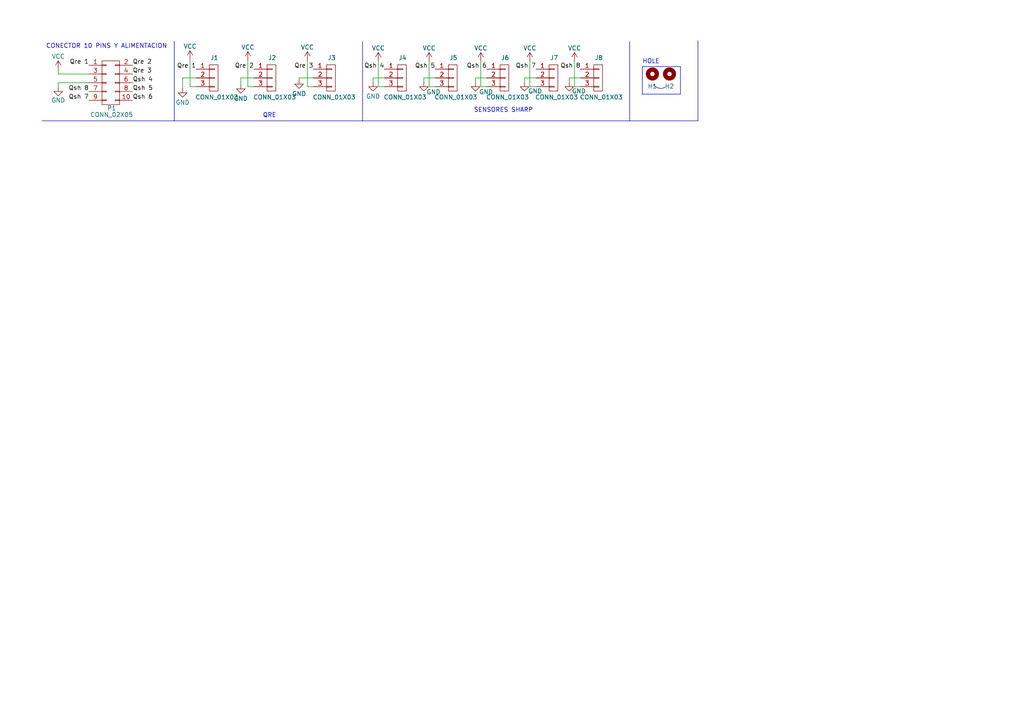
<source format=kicad_sch>
(kicad_sch (version 20230121) (generator eeschema)

  (uuid dc77446b-fd16-41cf-971c-a199ab2fdbc1)

  (paper "A4")

  (title_block
    (title "PCB DE PASO")
    (date "2023-08-15")
    (rev "PCB DE PASO BOBY")
    (company "BIG CARPINCHO CORPORATION ")
    (comment 1 "CREADOR: Lucas Chavez")
  )

  (lib_symbols
    (symbol "EEST5:CONN_01X03" (pin_names (offset 1.016) hide) (in_bom yes) (on_board yes)
      (property "Reference" "J" (at 0 5.08 0)
        (effects (font (size 1.27 1.27)))
      )
      (property "Value" "CONN_01X03" (at 2.54 0 90)
        (effects (font (size 1.27 1.27)))
      )
      (property "Footprint" "" (at 0 0 0)
        (effects (font (size 1.27 1.27)) hide)
      )
      (property "Datasheet" "" (at 0 0 0)
        (effects (font (size 1.27 1.27)) hide)
      )
      (property "ki_keywords" "connector" (at 0 0 0)
        (effects (font (size 1.27 1.27)) hide)
      )
      (property "ki_description" "Connector, single row, 01x03, pin header" (at 0 0 0)
        (effects (font (size 1.27 1.27)) hide)
      )
      (property "ki_fp_filters" "Pin_Header_Straight_1X* Pin_Header_Angled_1X* Socket_Strip_Straight_1X* Socket_Strip_Angled_1X*" (at 0 0 0)
        (effects (font (size 1.27 1.27)) hide)
      )
      (symbol "CONN_01X03_0_1"
        (rectangle (start -1.27 -2.413) (end 0.254 -2.667)
          (stroke (width 0) (type solid))
          (fill (type none))
        )
        (rectangle (start -1.27 0.127) (end 0.254 -0.127)
          (stroke (width 0) (type solid))
          (fill (type none))
        )
        (rectangle (start -1.27 2.667) (end 0.254 2.413)
          (stroke (width 0) (type solid))
          (fill (type none))
        )
        (rectangle (start -1.27 3.81) (end 1.27 -3.81)
          (stroke (width 0) (type solid))
          (fill (type none))
        )
      )
      (symbol "CONN_01X03_1_1"
        (pin passive line (at -5.08 2.54 0) (length 3.81)
          (name "P1" (effects (font (size 1.27 1.27))))
          (number "1" (effects (font (size 1.27 1.27))))
        )
        (pin passive line (at -5.08 0 0) (length 3.81)
          (name "P2" (effects (font (size 1.27 1.27))))
          (number "2" (effects (font (size 1.27 1.27))))
        )
        (pin passive line (at -5.08 -2.54 0) (length 3.81)
          (name "P3" (effects (font (size 1.27 1.27))))
          (number "3" (effects (font (size 1.27 1.27))))
        )
      )
    )
    (symbol "EEST5:CONN_02X05" (pin_names (offset 0.0254) hide) (in_bom yes) (on_board yes)
      (property "Reference" "P" (at 0 7.62 0)
        (effects (font (size 1.27 1.27)))
      )
      (property "Value" "CONN_02X05" (at 0 -7.62 0)
        (effects (font (size 1.27 1.27)))
      )
      (property "Footprint" "" (at 0 -30.48 0)
        (effects (font (size 1.27 1.27)))
      )
      (property "Datasheet" "" (at 0 -30.48 0)
        (effects (font (size 1.27 1.27)))
      )
      (property "ki_keywords" "connector" (at 0 0 0)
        (effects (font (size 1.27 1.27)) hide)
      )
      (property "ki_description" "Connector, double row, 02x05" (at 0 0 0)
        (effects (font (size 1.27 1.27)) hide)
      )
      (property "ki_fp_filters" "Pin_Header_Straight_2X05 Pin_Header_Angled_2X05 Socket_Strip_Straight_2X05 Socket_Strip_Angled_2X05 Header*" (at 0 0 0)
        (effects (font (size 1.27 1.27)) hide)
      )
      (symbol "CONN_02X05_0_1"
        (rectangle (start -2.54 -4.953) (end -1.27 -5.207)
          (stroke (width 0) (type solid))
          (fill (type none))
        )
        (rectangle (start -2.54 -2.413) (end -1.27 -2.667)
          (stroke (width 0) (type solid))
          (fill (type none))
        )
        (rectangle (start -2.54 0.127) (end -1.27 -0.127)
          (stroke (width 0) (type solid))
          (fill (type none))
        )
        (rectangle (start -2.54 2.667) (end -1.27 2.413)
          (stroke (width 0) (type solid))
          (fill (type none))
        )
        (rectangle (start -2.54 5.207) (end -1.27 4.953)
          (stroke (width 0) (type solid))
          (fill (type none))
        )
        (rectangle (start -2.54 6.35) (end 2.54 -6.35)
          (stroke (width 0) (type solid))
          (fill (type none))
        )
        (rectangle (start 1.27 -4.953) (end 2.54 -5.207)
          (stroke (width 0) (type solid))
          (fill (type none))
        )
        (rectangle (start 1.27 -2.413) (end 2.54 -2.667)
          (stroke (width 0) (type solid))
          (fill (type none))
        )
        (rectangle (start 1.27 0.127) (end 2.54 -0.127)
          (stroke (width 0) (type solid))
          (fill (type none))
        )
        (rectangle (start 1.27 2.667) (end 2.54 2.413)
          (stroke (width 0) (type solid))
          (fill (type none))
        )
        (rectangle (start 1.27 5.207) (end 2.54 4.953)
          (stroke (width 0) (type solid))
          (fill (type none))
        )
      )
      (symbol "CONN_02X05_1_1"
        (pin passive line (at -6.35 5.08 0) (length 3.81)
          (name "P1" (effects (font (size 1.27 1.27))))
          (number "1" (effects (font (size 1.27 1.27))))
        )
        (pin passive line (at 6.35 -5.08 180) (length 3.81)
          (name "P10" (effects (font (size 1.27 1.27))))
          (number "10" (effects (font (size 1.27 1.27))))
        )
        (pin passive line (at 6.35 5.08 180) (length 3.81)
          (name "P2" (effects (font (size 1.27 1.27))))
          (number "2" (effects (font (size 1.27 1.27))))
        )
        (pin passive line (at -6.35 2.54 0) (length 3.81)
          (name "P3" (effects (font (size 1.27 1.27))))
          (number "3" (effects (font (size 1.27 1.27))))
        )
        (pin passive line (at 6.35 2.54 180) (length 3.81)
          (name "P4" (effects (font (size 1.27 1.27))))
          (number "4" (effects (font (size 1.27 1.27))))
        )
        (pin passive line (at -6.35 0 0) (length 3.81)
          (name "P5" (effects (font (size 1.27 1.27))))
          (number "5" (effects (font (size 1.27 1.27))))
        )
        (pin passive line (at 6.35 0 180) (length 3.81)
          (name "P6" (effects (font (size 1.27 1.27))))
          (number "6" (effects (font (size 1.27 1.27))))
        )
        (pin passive line (at -6.35 -2.54 0) (length 3.81)
          (name "P7" (effects (font (size 1.27 1.27))))
          (number "7" (effects (font (size 1.27 1.27))))
        )
        (pin passive line (at 6.35 -2.54 180) (length 3.81)
          (name "P8" (effects (font (size 1.27 1.27))))
          (number "8" (effects (font (size 1.27 1.27))))
        )
        (pin passive line (at -6.35 -5.08 0) (length 3.81)
          (name "P9" (effects (font (size 1.27 1.27))))
          (number "9" (effects (font (size 1.27 1.27))))
        )
      )
    )
    (symbol "EEST5:Mounting_Hole" (pin_names (offset 1.016)) (in_bom yes) (on_board yes)
      (property "Reference" "H" (at 0 5.08 0)
        (effects (font (size 1.27 1.27)))
      )
      (property "Value" "Mounting_Hole" (at 0 3.175 0)
        (effects (font (size 1.27 1.27)) hide)
      )
      (property "Footprint" "" (at 0 0 0)
        (effects (font (size 1.524 1.524)) hide)
      )
      (property "Datasheet" "" (at 0 0 0)
        (effects (font (size 1.524 1.524)) hide)
      )
      (property "ki_keywords" "mounting hole" (at 0 0 0)
        (effects (font (size 1.27 1.27)) hide)
      )
      (property "ki_description" "Mounting Hole without connection" (at 0 0 0)
        (effects (font (size 1.27 1.27)) hide)
      )
      (property "ki_fp_filters" "hole* Logo* PAD* Separador* Cable*" (at 0 0 0)
        (effects (font (size 1.27 1.27)) hide)
      )
      (symbol "Mounting_Hole_0_1"
        (circle (center 0 0) (radius 1.27)
          (stroke (width 1.27) (type solid))
          (fill (type none))
        )
      )
    )
    (symbol "power:GND" (power) (pin_names (offset 0)) (in_bom yes) (on_board yes)
      (property "Reference" "#PWR" (at 0 -6.35 0)
        (effects (font (size 1.27 1.27)) hide)
      )
      (property "Value" "GND" (at 0 -3.81 0)
        (effects (font (size 1.27 1.27)))
      )
      (property "Footprint" "" (at 0 0 0)
        (effects (font (size 1.27 1.27)) hide)
      )
      (property "Datasheet" "" (at 0 0 0)
        (effects (font (size 1.27 1.27)) hide)
      )
      (property "ki_keywords" "global power" (at 0 0 0)
        (effects (font (size 1.27 1.27)) hide)
      )
      (property "ki_description" "Power symbol creates a global label with name \"GND\" , ground" (at 0 0 0)
        (effects (font (size 1.27 1.27)) hide)
      )
      (symbol "GND_0_1"
        (polyline
          (pts
            (xy 0 0)
            (xy 0 -1.27)
            (xy 1.27 -1.27)
            (xy 0 -2.54)
            (xy -1.27 -1.27)
            (xy 0 -1.27)
          )
          (stroke (width 0) (type default))
          (fill (type none))
        )
      )
      (symbol "GND_1_1"
        (pin power_in line (at 0 0 270) (length 0) hide
          (name "GND" (effects (font (size 1.27 1.27))))
          (number "1" (effects (font (size 1.27 1.27))))
        )
      )
    )
    (symbol "power:VCC" (power) (pin_names (offset 0)) (in_bom yes) (on_board yes)
      (property "Reference" "#PWR" (at 0 -3.81 0)
        (effects (font (size 1.27 1.27)) hide)
      )
      (property "Value" "VCC" (at 0 3.81 0)
        (effects (font (size 1.27 1.27)))
      )
      (property "Footprint" "" (at 0 0 0)
        (effects (font (size 1.27 1.27)) hide)
      )
      (property "Datasheet" "" (at 0 0 0)
        (effects (font (size 1.27 1.27)) hide)
      )
      (property "ki_keywords" "global power" (at 0 0 0)
        (effects (font (size 1.27 1.27)) hide)
      )
      (property "ki_description" "Power symbol creates a global label with name \"VCC\"" (at 0 0 0)
        (effects (font (size 1.27 1.27)) hide)
      )
      (symbol "VCC_0_1"
        (polyline
          (pts
            (xy -0.762 1.27)
            (xy 0 2.54)
          )
          (stroke (width 0) (type default))
          (fill (type none))
        )
        (polyline
          (pts
            (xy 0 0)
            (xy 0 2.54)
          )
          (stroke (width 0) (type default))
          (fill (type none))
        )
        (polyline
          (pts
            (xy 0 2.54)
            (xy 0.762 1.27)
          )
          (stroke (width 0) (type default))
          (fill (type none))
        )
      )
      (symbol "VCC_1_1"
        (pin power_in line (at 0 0 90) (length 0) hide
          (name "VCC" (effects (font (size 1.27 1.27))))
          (number "1" (effects (font (size 1.27 1.27))))
        )
      )
    )
  )


  (wire (pts (xy 109.728 17.78) (xy 109.728 25.146))
    (stroke (width 0) (type default))
    (uuid 09ff4027-396d-4bdf-b8b5-cc028dd87c9b)
  )
  (polyline (pts (xy 186.309 19.304) (xy 186.309 27.305))
    (stroke (width 0) (type default))
    (uuid 0d70eacd-01b2-41bc-84b3-ec7322397424)
  )

  (wire (pts (xy 152.146 22.606) (xy 155.448 22.606))
    (stroke (width 0) (type default))
    (uuid 0f71bdb2-40c4-4117-bf68-c0a4fed42327)
  )
  (polyline (pts (xy 50.546 35.052) (xy 105.156 35.052))
    (stroke (width 0) (type default))
    (uuid 163ce036-302f-45b0-974e-52bdd1eedfed)
  )

  (wire (pts (xy 90.932 22.606) (xy 86.741 22.606))
    (stroke (width 0) (type default))
    (uuid 16f4a39d-f5d2-4543-ac27-bdcaab19cf6b)
  )
  (polyline (pts (xy 197.358 27.305) (xy 197.358 19.304))
    (stroke (width 0) (type default))
    (uuid 1af28db5-0543-43e9-af6f-1a880106adb3)
  )

  (wire (pts (xy 55.118 25.146) (xy 56.896 25.146))
    (stroke (width 0) (type default))
    (uuid 1b0f714f-fae2-41ce-a41f-e1956805ac03)
  )
  (wire (pts (xy 16.891 24.003) (xy 25.781 24.003))
    (stroke (width 0) (type default))
    (uuid 1b388183-1164-4f30-ba92-00051c718be7)
  )
  (wire (pts (xy 126.238 25.146) (xy 124.46 25.146))
    (stroke (width 0) (type default))
    (uuid 25ef5f61-c13b-495f-a34a-6ddb03d85633)
  )
  (wire (pts (xy 153.67 17.78) (xy 153.67 25.146))
    (stroke (width 0) (type default))
    (uuid 274c2c2f-3efc-4332-9396-970eba310f1f)
  )
  (wire (pts (xy 122.936 22.606) (xy 122.936 23.876))
    (stroke (width 0) (type default))
    (uuid 277e8aff-b8c2-4848-9aa1-95d8873bebaa)
  )
  (wire (pts (xy 52.959 22.606) (xy 52.959 25.654))
    (stroke (width 0) (type default))
    (uuid 28e6d4e0-145e-408d-aef1-fc312eabd278)
  )
  (wire (pts (xy 139.446 17.78) (xy 139.446 25.146))
    (stroke (width 0) (type default))
    (uuid 32db7b66-a749-4e27-94bd-c77b1db35a1f)
  )
  (wire (pts (xy 89.154 25.146) (xy 90.932 25.146))
    (stroke (width 0) (type default))
    (uuid 330bbcaa-e9ce-47cc-b77e-65e003b3627c)
  )
  (wire (pts (xy 69.85 22.606) (xy 69.85 24.511))
    (stroke (width 0) (type default))
    (uuid 3aa15804-0f88-4b01-92dc-937802476266)
  )
  (polyline (pts (xy 202.438 11.811) (xy 202.438 12.573))
    (stroke (width 0) (type default))
    (uuid 3e69a76d-3af4-45ed-9140-d12c344c32ac)
  )

  (wire (pts (xy 137.922 22.606) (xy 137.922 23.876))
    (stroke (width 0) (type default))
    (uuid 3ffa6f49-f16e-465c-b83e-4854649e27b1)
  )
  (polyline (pts (xy 182.626 35.052) (xy 202.438 35.052))
    (stroke (width 0) (type default))
    (uuid 4531c53b-9760-4284-a73c-031fa05387a3)
  )
  (polyline (pts (xy 202.438 12.573) (xy 202.438 35.052))
    (stroke (width 0) (type default))
    (uuid 4d10aa17-5757-4b7d-9b6a-7f3431c92eff)
  )
  (polyline (pts (xy 50.546 11.938) (xy 50.546 35.052))
    (stroke (width 0) (type default))
    (uuid 4f19c798-81c2-4011-bca3-85ea41608a2b)
  )
  (polyline (pts (xy 105.156 12.065) (xy 105.156 35.052))
    (stroke (width 0) (type default))
    (uuid 515ab00c-e7d4-4e98-945c-d52b97f78536)
  )

  (wire (pts (xy 71.882 25.146) (xy 73.66 25.146))
    (stroke (width 0) (type default))
    (uuid 51b5cd36-dbd8-4ed7-a83c-65871b9e4e2f)
  )
  (wire (pts (xy 86.741 22.606) (xy 86.741 23.114))
    (stroke (width 0) (type default))
    (uuid 55687635-5cf9-47bf-90af-8d1d13274588)
  )
  (wire (pts (xy 168.402 25.146) (xy 166.624 25.146))
    (stroke (width 0) (type default))
    (uuid 5bb4d380-94f5-41bf-83fa-33993782583f)
  )
  (polyline (pts (xy 105.156 35.052) (xy 182.626 35.052))
    (stroke (width 0) (type default))
    (uuid 66e51b1f-4a98-4dda-ad2d-b446d72cafae)
  )

  (wire (pts (xy 56.896 22.606) (xy 52.959 22.606))
    (stroke (width 0) (type default))
    (uuid 68087aa9-1a54-4b0a-ab56-4f946f81e6d5)
  )
  (polyline (pts (xy 186.309 27.305) (xy 197.358 27.305))
    (stroke (width 0) (type default))
    (uuid 6dcf67a9-9671-4144-9be1-03d42f1d2cc4)
  )
  (polyline (pts (xy 12.192 35.052) (xy 50.546 35.052))
    (stroke (width 0) (type default))
    (uuid 721779ea-1231-4dc9-adeb-5e0aa3f8157b)
  )

  (wire (pts (xy 73.66 22.606) (xy 69.85 22.606))
    (stroke (width 0) (type default))
    (uuid 731c428a-8109-4bdb-a5d8-7ce755489415)
  )
  (wire (pts (xy 89.154 17.526) (xy 89.154 25.146))
    (stroke (width 0) (type default))
    (uuid 7ab8a1f5-1100-4d29-b6f3-702c616837a9)
  )
  (wire (pts (xy 108.204 22.606) (xy 111.506 22.606))
    (stroke (width 0) (type default))
    (uuid 7ff64651-543c-42cd-840e-a2bf7dd35902)
  )
  (wire (pts (xy 155.448 25.146) (xy 153.67 25.146))
    (stroke (width 0) (type default))
    (uuid 8371efba-640a-4b17-9a47-d8a5ebf3e3c9)
  )
  (wire (pts (xy 55.118 17.272) (xy 55.118 25.146))
    (stroke (width 0) (type default))
    (uuid 87827423-12c9-47f5-9372-a12e21464d93)
  )
  (wire (pts (xy 165.1 22.606) (xy 168.402 22.606))
    (stroke (width 0) (type default))
    (uuid 941f32d3-6e49-48bf-a7d3-11e415df0806)
  )
  (wire (pts (xy 122.936 22.606) (xy 126.238 22.606))
    (stroke (width 0) (type default))
    (uuid 94d2f249-89bb-4668-a14b-d96ba1498107)
  )
  (wire (pts (xy 16.891 20.193) (xy 16.891 21.463))
    (stroke (width 0) (type default))
    (uuid 95909e8e-6a1f-43ed-b856-9f6a2b288e9a)
  )
  (wire (pts (xy 166.624 17.78) (xy 166.624 25.146))
    (stroke (width 0) (type default))
    (uuid 96926d96-b30a-44bb-9e6e-c1472d6ae244)
  )
  (wire (pts (xy 16.891 24.003) (xy 16.891 25.273))
    (stroke (width 0) (type default))
    (uuid 9773401d-b9fe-47d4-ba36-eb5a2d33f19c)
  )
  (wire (pts (xy 141.224 25.146) (xy 139.446 25.146))
    (stroke (width 0) (type default))
    (uuid 9c4c470a-546f-436a-b388-cda7bc586e41)
  )
  (wire (pts (xy 25.781 21.463) (xy 16.891 21.463))
    (stroke (width 0) (type default))
    (uuid 9cd32f4e-9015-46ca-b171-9aab3a5da75a)
  )
  (wire (pts (xy 71.882 17.526) (xy 71.882 25.146))
    (stroke (width 0) (type default))
    (uuid a3f91211-583b-40e1-a674-62b91dc3bb2f)
  )
  (wire (pts (xy 108.204 22.606) (xy 108.204 23.876))
    (stroke (width 0) (type default))
    (uuid a6581361-970d-4fa7-b67f-01ed0188533e)
  )
  (polyline (pts (xy 186.309 19.304) (xy 197.358 19.304))
    (stroke (width 0) (type default))
    (uuid ada996ac-fa43-4fe5-afb0-8fe9db154b93)
  )

  (wire (pts (xy 152.146 22.606) (xy 152.146 23.876))
    (stroke (width 0) (type default))
    (uuid b5f8dc1e-181d-4c37-bf0a-15d559f76060)
  )
  (wire (pts (xy 141.224 22.606) (xy 137.922 22.606))
    (stroke (width 0) (type default))
    (uuid ba76c068-5fc1-4c81-a37c-e89daac1f8a1)
  )
  (wire (pts (xy 165.1 22.606) (xy 165.1 23.876))
    (stroke (width 0) (type default))
    (uuid bceb50e6-1aae-4d44-a097-497bcf0e34a2)
  )
  (polyline (pts (xy 182.626 12.065) (xy 182.626 35.052))
    (stroke (width 0) (type default))
    (uuid bf58cfc6-f54f-4283-8500-b94ecda11ce8)
  )

  (wire (pts (xy 124.46 17.78) (xy 124.46 25.146))
    (stroke (width 0) (type default))
    (uuid e3f723b8-7482-4a75-b97c-781b8604c8d7)
  )
  (wire (pts (xy 111.506 25.146) (xy 109.728 25.146))
    (stroke (width 0) (type default))
    (uuid f2a0e9bb-21b5-4a6a-bf0b-c31230c7f1bc)
  )

  (arc (start 192.913 25.273) (mid 191.1058 25.5726) (end 189.611 24.511)
    (stroke (width 0) (type default))
    (fill (type none))
    (uuid ec1b38ea-88fd-4d07-baf1-f3f673f71a7d)
  )

  (text "HOLE\n" (at 186.309 18.669 0)
    (effects (font (size 1.27 1.27)) (justify left bottom))
    (uuid 8642fa37-45b7-4f77-9a59-d3a6f4ce7964)
  )
  (text "QRE\n" (at 76.2 34.29 0)
    (effects (font (size 1.27 1.27)) (justify left bottom))
    (uuid a24d9b97-4fb4-4fa2-924f-306ec7414e5a)
  )
  (text "CONECTOR 10 PINS Y ALIMENTACION \n\n" (at 13.335 16.256 0)
    (effects (font (size 1.27 1.27)) (justify left bottom))
    (uuid d6b21ef5-b120-4927-9b11-295ac54cfbd3)
  )
  (text "SENSORES SHARP\n" (at 137.414 32.766 0)
    (effects (font (size 1.27 1.27)) (justify left bottom))
    (uuid faa5e764-44c4-430f-aa94-52baed4e62d9)
  )

  (label "Qsh 6" (at 141.224 20.066 180) (fields_autoplaced)
    (effects (font (size 1.27 1.27)) (justify right bottom))
    (uuid 1ad48325-da7a-4ab4-95c6-38e04e7896e9)
  )
  (label "Qsh 4" (at 111.506 20.066 180) (fields_autoplaced)
    (effects (font (size 1.27 1.27)) (justify right bottom))
    (uuid 286d8e44-13b3-4332-ac48-203256852314)
  )
  (label "Qsh 7" (at 25.781 29.083 180) (fields_autoplaced)
    (effects (font (size 1.27 1.27)) (justify right bottom))
    (uuid 2c2726b7-648a-48f9-9bea-3781523017d9)
  )
  (label "Qre 1" (at 25.781 18.923 180) (fields_autoplaced)
    (effects (font (size 1.27 1.27)) (justify right bottom))
    (uuid 35faa73a-1d15-4191-adbd-770913b03f00)
  )
  (label "Qsh 8" (at 168.402 20.066 180) (fields_autoplaced)
    (effects (font (size 1.27 1.27)) (justify right bottom))
    (uuid 3bfd3f89-6bab-4f84-a3d8-a75d33efe6e8)
  )
  (label "Qre 2" (at 38.481 18.923 0) (fields_autoplaced)
    (effects (font (size 1.27 1.27)) (justify left bottom))
    (uuid 51fa585d-e1f8-47c2-8a48-5cba37a5fd5e)
  )
  (label "Qsh 4" (at 38.481 24.003 0) (fields_autoplaced)
    (effects (font (size 1.27 1.27)) (justify left bottom))
    (uuid 569a907c-0dc9-46bd-b2fb-f6345d6cf8f0)
  )
  (label "Qsh 6" (at 38.481 29.083 0) (fields_autoplaced)
    (effects (font (size 1.27 1.27)) (justify left bottom))
    (uuid 6cf61e7b-3946-4454-ac1b-69bae593ad6e)
  )
  (label "Qre 2" (at 73.66 20.066 180) (fields_autoplaced)
    (effects (font (size 1.27 1.27)) (justify right bottom))
    (uuid 84c5aec6-c4c0-4831-8c69-61800c229ed0)
  )
  (label "Qsh 5" (at 126.238 20.066 180) (fields_autoplaced)
    (effects (font (size 1.27 1.27)) (justify right bottom))
    (uuid 8b410c79-7400-4783-a36e-ab354232144c)
  )
  (label "Qre 3" (at 38.481 21.463 0) (fields_autoplaced)
    (effects (font (size 1.27 1.27)) (justify left bottom))
    (uuid c275e530-623d-4ab4-bf1e-38707eb21e67)
  )
  (label "Qre 3" (at 90.932 20.066 180) (fields_autoplaced)
    (effects (font (size 1.27 1.27)) (justify right bottom))
    (uuid c3a66e9a-dfd8-491f-8a48-7192c8075df1)
  )
  (label "Qsh 7" (at 155.448 20.066 180) (fields_autoplaced)
    (effects (font (size 1.27 1.27)) (justify right bottom))
    (uuid c7396745-89ba-4cae-bb29-fc761eba5ddf)
  )
  (label "Qre 1" (at 56.896 20.066 180) (fields_autoplaced)
    (effects (font (size 1.27 1.27)) (justify right bottom))
    (uuid d2b8bf0c-00d4-4177-a3d1-bf6e19fda79d)
  )
  (label "Qsh 5" (at 38.481 26.543 0) (fields_autoplaced)
    (effects (font (size 1.27 1.27)) (justify left bottom))
    (uuid e1ddf66a-21e5-4cbf-866e-0fe3dba717b5)
  )
  (label "Qsh 8" (at 25.781 26.543 180) (fields_autoplaced)
    (effects (font (size 1.27 1.27)) (justify right bottom))
    (uuid e679c577-6cec-4f42-a2f7-a6a122b01e45)
  )

  (symbol (lib_id "EEST5:CONN_02X05") (at 32.131 24.003 0) (unit 1)
    (in_bom yes) (on_board yes) (dnp no)
    (uuid 000ec344-261d-49dd-8472-19f55055130d)
    (property "Reference" "P1" (at 32.385 31.369 0)
      (effects (font (size 1.27 1.27)))
    )
    (property "Value" "CONN_02X05" (at 32.385 33.274 0)
      (effects (font (size 1.27 1.27)))
    )
    (property "Footprint" "EESTN5:Header_2x05x2.54mm_Vertical" (at 32.131 54.483 0)
      (effects (font (size 1.27 1.27)) hide)
    )
    (property "Datasheet" "" (at 32.131 54.483 0)
      (effects (font (size 1.27 1.27)))
    )
    (pin "1" (uuid a43e8fb1-12eb-4edb-a680-73310966fff6))
    (pin "10" (uuid c1b366ef-e589-4435-b57f-93f55fc39a35))
    (pin "2" (uuid 82635188-10d7-42c7-b621-817cf60016bb))
    (pin "3" (uuid 8fcaa8e6-1d34-46a1-9d0c-14e2294bc3a0))
    (pin "4" (uuid cc55d23b-de9f-4b30-a57d-0a39c7e6ee98))
    (pin "5" (uuid cc0ff1a8-30e5-4b94-8640-31fb1ea4fd1b))
    (pin "6" (uuid e446776b-c611-42d0-83dc-7bde18bcdcaf))
    (pin "7" (uuid 8dbbaa8a-f2d5-4435-86af-ff85f4424dfa))
    (pin "8" (uuid a7c2edb4-dce9-4d46-ba0a-2feb02f72131))
    (pin "9" (uuid d4f7e375-cfe6-4118-b6ef-078636725640))
    (instances
      (project "Boby"
        (path "/08fbea03-9c0e-430d-8def-def9c77dc2d5"
          (reference "P1") (unit 1)
        )
      )
      (project "placadepaso"
        (path "/dc77446b-fd16-41cf-971c-a199ab2fdbc1"
          (reference "P1") (unit 1)
        )
      )
    )
  )

  (symbol (lib_id "power:GND") (at 86.741 23.114 0) (unit 1)
    (in_bom yes) (on_board yes) (dnp no)
    (uuid 07d8bdf3-8f4d-4c21-b678-46f75a940862)
    (property "Reference" "#PWR02" (at 86.741 29.464 0)
      (effects (font (size 1.27 1.27)) hide)
    )
    (property "Value" "GND" (at 86.741 27.178 0)
      (effects (font (size 1.27 1.27)))
    )
    (property "Footprint" "" (at 86.741 23.114 0)
      (effects (font (size 1.27 1.27)) hide)
    )
    (property "Datasheet" "" (at 86.741 23.114 0)
      (effects (font (size 1.27 1.27)) hide)
    )
    (pin "1" (uuid 52d69ee8-421a-4bb1-b98d-658110371150))
    (instances
      (project "Boby"
        (path "/08fbea03-9c0e-430d-8def-def9c77dc2d5"
          (reference "#PWR02") (unit 1)
        )
      )
      (project "placadepaso"
        (path "/dc77446b-fd16-41cf-971c-a199ab2fdbc1"
          (reference "#PWR010") (unit 1)
        )
      )
    )
  )

  (symbol (lib_id "power:GND") (at 137.922 23.876 0) (unit 1)
    (in_bom yes) (on_board yes) (dnp no)
    (uuid 164a84c9-ca46-4fb0-a3d2-118e3dfc6246)
    (property "Reference" "#PWR02" (at 137.922 30.226 0)
      (effects (font (size 1.27 1.27)) hide)
    )
    (property "Value" "GND" (at 140.97 26.67 0)
      (effects (font (size 1.27 1.27)))
    )
    (property "Footprint" "" (at 137.922 23.876 0)
      (effects (font (size 1.27 1.27)) hide)
    )
    (property "Datasheet" "" (at 137.922 23.876 0)
      (effects (font (size 1.27 1.27)) hide)
    )
    (pin "1" (uuid 7595a47e-047c-49b2-ac79-2692cad2b24a))
    (instances
      (project "Boby"
        (path "/08fbea03-9c0e-430d-8def-def9c77dc2d5"
          (reference "#PWR02") (unit 1)
        )
      )
      (project "placadepaso"
        (path "/dc77446b-fd16-41cf-971c-a199ab2fdbc1"
          (reference "#PWR014") (unit 1)
        )
      )
    )
  )

  (symbol (lib_id "power:GND") (at 165.1 23.876 0) (unit 1)
    (in_bom yes) (on_board yes) (dnp no)
    (uuid 383e6c67-e8d3-4950-acd3-c58b6d1e8e2e)
    (property "Reference" "#PWR02" (at 165.1 30.226 0)
      (effects (font (size 1.27 1.27)) hide)
    )
    (property "Value" "GND" (at 167.894 26.416 0)
      (effects (font (size 1.27 1.27)))
    )
    (property "Footprint" "" (at 165.1 23.876 0)
      (effects (font (size 1.27 1.27)) hide)
    )
    (property "Datasheet" "" (at 165.1 23.876 0)
      (effects (font (size 1.27 1.27)) hide)
    )
    (pin "1" (uuid c66c7716-a9b8-48d3-88a4-e7bc63414c6d))
    (instances
      (project "Boby"
        (path "/08fbea03-9c0e-430d-8def-def9c77dc2d5"
          (reference "#PWR02") (unit 1)
        )
      )
      (project "placadepaso"
        (path "/dc77446b-fd16-41cf-971c-a199ab2fdbc1"
          (reference "#PWR018") (unit 1)
        )
      )
    )
  )

  (symbol (lib_id "EEST5:CONN_01X03") (at 116.586 22.606 0) (unit 1)
    (in_bom yes) (on_board yes) (dnp no)
    (uuid 3d46f07b-e5f4-45ae-9685-520d9957dda2)
    (property "Reference" "J4" (at 115.57 16.764 0)
      (effects (font (size 1.27 1.27)) (justify left))
    )
    (property "Value" "CONN_01X03" (at 111.252 28.194 0)
      (effects (font (size 1.27 1.27)) (justify left))
    )
    (property "Footprint" "Connector:FanPinHeader_1x03_P2.54mm_Vertical" (at 116.586 22.606 0)
      (effects (font (size 1.27 1.27)) hide)
    )
    (property "Datasheet" "" (at 116.586 22.606 0)
      (effects (font (size 1.27 1.27)) hide)
    )
    (pin "1" (uuid d7ac2cb7-a1c1-47ec-a1fe-fa17d4ebfa6f))
    (pin "2" (uuid 3542fcf9-f801-4636-86cd-444902208501))
    (pin "3" (uuid d65a0778-0600-4d35-b048-cf05a67d4ee2))
    (instances
      (project "placadepaso"
        (path "/dc77446b-fd16-41cf-971c-a199ab2fdbc1"
          (reference "J4") (unit 1)
        )
      )
    )
  )

  (symbol (lib_id "EEST5:CONN_01X03") (at 173.482 22.606 0) (unit 1)
    (in_bom yes) (on_board yes) (dnp no)
    (uuid 451e0e69-b786-49b0-8e92-6f7bb3eff359)
    (property "Reference" "J8" (at 172.466 16.764 0)
      (effects (font (size 1.27 1.27)) (justify left))
    )
    (property "Value" "CONN_01X03" (at 168.148 28.194 0)
      (effects (font (size 1.27 1.27)) (justify left))
    )
    (property "Footprint" "Connector:FanPinHeader_1x03_P2.54mm_Vertical" (at 173.482 22.606 0)
      (effects (font (size 1.27 1.27)) hide)
    )
    (property "Datasheet" "" (at 173.482 22.606 0)
      (effects (font (size 1.27 1.27)) hide)
    )
    (pin "1" (uuid 64b6bc29-a7da-49e2-95ee-b8d41adb2508))
    (pin "2" (uuid 2ac11bd9-3731-4bbb-8b24-53cbd20ed76c))
    (pin "3" (uuid bf712209-8bb3-4e32-b955-4fa00a4e4c6a))
    (instances
      (project "placadepaso"
        (path "/dc77446b-fd16-41cf-971c-a199ab2fdbc1"
          (reference "J8") (unit 1)
        )
      )
    )
  )

  (symbol (lib_id "power:GND") (at 52.959 25.654 0) (unit 1)
    (in_bom yes) (on_board yes) (dnp no)
    (uuid 4ab08ba1-f239-485e-a6fc-49f386f92d41)
    (property "Reference" "#PWR02" (at 52.959 32.004 0)
      (effects (font (size 1.27 1.27)) hide)
    )
    (property "Value" "GND" (at 52.959 29.718 0)
      (effects (font (size 1.27 1.27)))
    )
    (property "Footprint" "" (at 52.959 25.654 0)
      (effects (font (size 1.27 1.27)) hide)
    )
    (property "Datasheet" "" (at 52.959 25.654 0)
      (effects (font (size 1.27 1.27)) hide)
    )
    (pin "1" (uuid 738b43b9-1e51-432c-b187-fbf370fab511))
    (instances
      (project "Boby"
        (path "/08fbea03-9c0e-430d-8def-def9c77dc2d5"
          (reference "#PWR02") (unit 1)
        )
      )
      (project "placadepaso"
        (path "/dc77446b-fd16-41cf-971c-a199ab2fdbc1"
          (reference "#PWR04") (unit 1)
        )
      )
    )
  )

  (symbol (lib_id "EEST5:CONN_01X03") (at 131.318 22.606 0) (unit 1)
    (in_bom yes) (on_board yes) (dnp no)
    (uuid 5c6eab37-e900-4cdc-af15-905dd1ccf3a0)
    (property "Reference" "J5" (at 130.302 16.764 0)
      (effects (font (size 1.27 1.27)) (justify left))
    )
    (property "Value" "CONN_01X03" (at 125.984 28.194 0)
      (effects (font (size 1.27 1.27)) (justify left))
    )
    (property "Footprint" "Connector:FanPinHeader_1x03_P2.54mm_Vertical" (at 131.318 22.606 0)
      (effects (font (size 1.27 1.27)) hide)
    )
    (property "Datasheet" "" (at 131.318 22.606 0)
      (effects (font (size 1.27 1.27)) hide)
    )
    (pin "1" (uuid 9df2c8e0-4c3a-4e29-a130-6ba6118a0540))
    (pin "2" (uuid 351f7993-1093-42d0-a0bb-db317a9aba42))
    (pin "3" (uuid f18badde-1f2c-4b9f-a4bd-ceace0589458))
    (instances
      (project "placadepaso"
        (path "/dc77446b-fd16-41cf-971c-a199ab2fdbc1"
          (reference "J5") (unit 1)
        )
      )
    )
  )

  (symbol (lib_id "power:VCC") (at 166.624 17.78 0) (unit 1)
    (in_bom yes) (on_board yes) (dnp no) (fields_autoplaced)
    (uuid 615bcf14-4e52-408d-968d-d678fcdd566f)
    (property "Reference" "#PWR07" (at 166.624 21.59 0)
      (effects (font (size 1.27 1.27)) hide)
    )
    (property "Value" "VCC" (at 166.624 13.97 0)
      (effects (font (size 1.27 1.27)))
    )
    (property "Footprint" "" (at 166.624 17.78 0)
      (effects (font (size 1.27 1.27)) hide)
    )
    (property "Datasheet" "" (at 166.624 17.78 0)
      (effects (font (size 1.27 1.27)) hide)
    )
    (pin "1" (uuid 30ab3fa0-6f69-4fe9-aed3-71f3605fd7c6))
    (instances
      (project "PCB QRE (8)"
        (path "/18ada0ac-96eb-45a4-a61e-88720818c63e"
          (reference "#PWR07") (unit 1)
        )
      )
      (project "placadepaso"
        (path "/dc77446b-fd16-41cf-971c-a199ab2fdbc1"
          (reference "#PWR013") (unit 1)
        )
      )
    )
  )

  (symbol (lib_id "power:VCC") (at 139.446 17.78 0) (unit 1)
    (in_bom yes) (on_board yes) (dnp no) (fields_autoplaced)
    (uuid 696d81b2-b89b-4229-ab75-f0f6632e2ba9)
    (property "Reference" "#PWR07" (at 139.446 21.59 0)
      (effects (font (size 1.27 1.27)) hide)
    )
    (property "Value" "VCC" (at 139.446 13.97 0)
      (effects (font (size 1.27 1.27)))
    )
    (property "Footprint" "" (at 139.446 17.78 0)
      (effects (font (size 1.27 1.27)) hide)
    )
    (property "Datasheet" "" (at 139.446 17.78 0)
      (effects (font (size 1.27 1.27)) hide)
    )
    (pin "1" (uuid 1e0f93b8-da16-4779-8c90-9d96185e1609))
    (instances
      (project "PCB QRE (8)"
        (path "/18ada0ac-96eb-45a4-a61e-88720818c63e"
          (reference "#PWR07") (unit 1)
        )
      )
      (project "placadepaso"
        (path "/dc77446b-fd16-41cf-971c-a199ab2fdbc1"
          (reference "#PWR011") (unit 1)
        )
      )
    )
  )

  (symbol (lib_id "power:VCC") (at 153.67 17.78 0) (unit 1)
    (in_bom yes) (on_board yes) (dnp no) (fields_autoplaced)
    (uuid 814bdd1e-8063-409e-873a-1ef7f281b065)
    (property "Reference" "#PWR07" (at 153.67 21.59 0)
      (effects (font (size 1.27 1.27)) hide)
    )
    (property "Value" "VCC" (at 153.67 13.97 0)
      (effects (font (size 1.27 1.27)))
    )
    (property "Footprint" "" (at 153.67 17.78 0)
      (effects (font (size 1.27 1.27)) hide)
    )
    (property "Datasheet" "" (at 153.67 17.78 0)
      (effects (font (size 1.27 1.27)) hide)
    )
    (pin "1" (uuid 2d7ce855-fb83-4ee5-90f1-e45e1584574d))
    (instances
      (project "PCB QRE (8)"
        (path "/18ada0ac-96eb-45a4-a61e-88720818c63e"
          (reference "#PWR07") (unit 1)
        )
      )
      (project "placadepaso"
        (path "/dc77446b-fd16-41cf-971c-a199ab2fdbc1"
          (reference "#PWR012") (unit 1)
        )
      )
    )
  )

  (symbol (lib_id "EEST5:CONN_01X03") (at 146.304 22.606 0) (unit 1)
    (in_bom yes) (on_board yes) (dnp no)
    (uuid 8bccb902-5023-4337-a5ee-7b34a5b40793)
    (property "Reference" "J6" (at 145.288 16.764 0)
      (effects (font (size 1.27 1.27)) (justify left))
    )
    (property "Value" "CONN_01X03" (at 140.97 28.194 0)
      (effects (font (size 1.27 1.27)) (justify left))
    )
    (property "Footprint" "Connector:FanPinHeader_1x03_P2.54mm_Vertical" (at 146.304 22.606 0)
      (effects (font (size 1.27 1.27)) hide)
    )
    (property "Datasheet" "" (at 146.304 22.606 0)
      (effects (font (size 1.27 1.27)) hide)
    )
    (pin "1" (uuid 0b25e78a-c849-48e9-8787-329eb80a141d))
    (pin "2" (uuid 5b797306-4402-48d7-98b9-dbab9163721f))
    (pin "3" (uuid ab93b4ea-1a8a-4e3f-817e-2494305a1fa5))
    (instances
      (project "placadepaso"
        (path "/dc77446b-fd16-41cf-971c-a199ab2fdbc1"
          (reference "J6") (unit 1)
        )
      )
    )
  )

  (symbol (lib_id "EEST5:Mounting_Hole") (at 194.183 21.463 0) (unit 1)
    (in_bom yes) (on_board yes) (dnp no)
    (uuid 94adde70-abd3-430c-807c-1e42d79564eb)
    (property "Reference" "H1" (at 192.786 25.019 0)
      (effects (font (size 1.27 1.27)) (justify left))
    )
    (property "Value" "Mounting_Hole" (at 194.183 18.288 0)
      (effects (font (size 1.27 1.27)) hide)
    )
    (property "Footprint" "EESTN5:Tornillo_M3_8mm" (at 194.183 21.463 0)
      (effects (font (size 1.524 1.524)) hide)
    )
    (property "Datasheet" "" (at 194.183 21.463 0)
      (effects (font (size 1.524 1.524)) hide)
    )
    (instances
      (project "placabts"
        (path "/517a015c-3ab6-4857-bbce-7116ff4e7b43"
          (reference "H1") (unit 1)
        )
      )
      (project "placadepaso"
        (path "/dc77446b-fd16-41cf-971c-a199ab2fdbc1"
          (reference "H2") (unit 1)
        )
      )
    )
  )

  (symbol (lib_id "power:GND") (at 122.936 23.876 0) (unit 1)
    (in_bom yes) (on_board yes) (dnp no)
    (uuid 9a2e709e-22e7-4284-a081-414ca1dab18a)
    (property "Reference" "#PWR02" (at 122.936 30.226 0)
      (effects (font (size 1.27 1.27)) hide)
    )
    (property "Value" "GND" (at 125.73 26.67 0)
      (effects (font (size 1.27 1.27)))
    )
    (property "Footprint" "" (at 122.936 23.876 0)
      (effects (font (size 1.27 1.27)) hide)
    )
    (property "Datasheet" "" (at 122.936 23.876 0)
      (effects (font (size 1.27 1.27)) hide)
    )
    (pin "1" (uuid e83d73c6-b99c-4c6d-acb3-d544bdfa8861))
    (instances
      (project "Boby"
        (path "/08fbea03-9c0e-430d-8def-def9c77dc2d5"
          (reference "#PWR02") (unit 1)
        )
      )
      (project "placadepaso"
        (path "/dc77446b-fd16-41cf-971c-a199ab2fdbc1"
          (reference "#PWR015") (unit 1)
        )
      )
    )
  )

  (symbol (lib_id "power:VCC") (at 16.891 20.193 0) (unit 1)
    (in_bom yes) (on_board yes) (dnp no) (fields_autoplaced)
    (uuid 9d1a0602-13d6-41a8-ae8a-ff4954fb4d19)
    (property "Reference" "#PWR07" (at 16.891 24.003 0)
      (effects (font (size 1.27 1.27)) hide)
    )
    (property "Value" "VCC" (at 16.891 16.383 0)
      (effects (font (size 1.27 1.27)))
    )
    (property "Footprint" "" (at 16.891 20.193 0)
      (effects (font (size 1.27 1.27)) hide)
    )
    (property "Datasheet" "" (at 16.891 20.193 0)
      (effects (font (size 1.27 1.27)) hide)
    )
    (pin "1" (uuid b6ca7dcb-8e27-4e1a-90b8-6d1934d91c33))
    (instances
      (project "PCB QRE (8)"
        (path "/18ada0ac-96eb-45a4-a61e-88720818c63e"
          (reference "#PWR07") (unit 1)
        )
      )
      (project "placadepaso"
        (path "/dc77446b-fd16-41cf-971c-a199ab2fdbc1"
          (reference "#PWR01") (unit 1)
        )
      )
    )
  )

  (symbol (lib_id "power:VCC") (at 89.154 17.526 0) (unit 1)
    (in_bom yes) (on_board yes) (dnp no) (fields_autoplaced)
    (uuid 9d50ef97-baff-460c-bf99-482c5a835de5)
    (property "Reference" "#PWR07" (at 89.154 21.336 0)
      (effects (font (size 1.27 1.27)) hide)
    )
    (property "Value" "VCC" (at 89.154 13.716 0)
      (effects (font (size 1.27 1.27)))
    )
    (property "Footprint" "" (at 89.154 17.526 0)
      (effects (font (size 1.27 1.27)) hide)
    )
    (property "Datasheet" "" (at 89.154 17.526 0)
      (effects (font (size 1.27 1.27)) hide)
    )
    (pin "1" (uuid 5584e547-fc3c-49ef-bacd-cffe7fc733a1))
    (instances
      (project "PCB QRE (8)"
        (path "/18ada0ac-96eb-45a4-a61e-88720818c63e"
          (reference "#PWR07") (unit 1)
        )
      )
      (project "placadepaso"
        (path "/dc77446b-fd16-41cf-971c-a199ab2fdbc1"
          (reference "#PWR07") (unit 1)
        )
      )
    )
  )

  (symbol (lib_id "power:VCC") (at 55.118 17.272 0) (unit 1)
    (in_bom yes) (on_board yes) (dnp no) (fields_autoplaced)
    (uuid 9e435b25-dc4a-4eac-8207-92c8b951ab1b)
    (property "Reference" "#PWR07" (at 55.118 21.082 0)
      (effects (font (size 1.27 1.27)) hide)
    )
    (property "Value" "VCC" (at 55.118 13.462 0)
      (effects (font (size 1.27 1.27)))
    )
    (property "Footprint" "" (at 55.118 17.272 0)
      (effects (font (size 1.27 1.27)) hide)
    )
    (property "Datasheet" "" (at 55.118 17.272 0)
      (effects (font (size 1.27 1.27)) hide)
    )
    (pin "1" (uuid d2feb1dd-2d9f-4ee8-96de-56dda42f72fd))
    (instances
      (project "PCB QRE (8)"
        (path "/18ada0ac-96eb-45a4-a61e-88720818c63e"
          (reference "#PWR07") (unit 1)
        )
      )
      (project "placadepaso"
        (path "/dc77446b-fd16-41cf-971c-a199ab2fdbc1"
          (reference "#PWR02") (unit 1)
        )
      )
    )
  )

  (symbol (lib_id "power:GND") (at 69.85 24.511 0) (unit 1)
    (in_bom yes) (on_board yes) (dnp no)
    (uuid b4be354d-9aa3-4deb-9567-dd483c9d39a5)
    (property "Reference" "#PWR02" (at 69.85 30.861 0)
      (effects (font (size 1.27 1.27)) hide)
    )
    (property "Value" "GND" (at 69.85 28.575 0)
      (effects (font (size 1.27 1.27)))
    )
    (property "Footprint" "" (at 69.85 24.511 0)
      (effects (font (size 1.27 1.27)) hide)
    )
    (property "Datasheet" "" (at 69.85 24.511 0)
      (effects (font (size 1.27 1.27)) hide)
    )
    (pin "1" (uuid 4d0be30e-b6ee-4b7f-9492-f964679b42ca))
    (instances
      (project "Boby"
        (path "/08fbea03-9c0e-430d-8def-def9c77dc2d5"
          (reference "#PWR02") (unit 1)
        )
      )
      (project "placadepaso"
        (path "/dc77446b-fd16-41cf-971c-a199ab2fdbc1"
          (reference "#PWR06") (unit 1)
        )
      )
    )
  )

  (symbol (lib_id "power:VCC") (at 124.46 17.78 0) (unit 1)
    (in_bom yes) (on_board yes) (dnp no) (fields_autoplaced)
    (uuid bccb29a3-4c43-4f33-a036-4f6075d4a0df)
    (property "Reference" "#PWR07" (at 124.46 21.59 0)
      (effects (font (size 1.27 1.27)) hide)
    )
    (property "Value" "VCC" (at 124.46 13.97 0)
      (effects (font (size 1.27 1.27)))
    )
    (property "Footprint" "" (at 124.46 17.78 0)
      (effects (font (size 1.27 1.27)) hide)
    )
    (property "Datasheet" "" (at 124.46 17.78 0)
      (effects (font (size 1.27 1.27)) hide)
    )
    (pin "1" (uuid afaada01-42c7-4c39-b391-268208030e85))
    (instances
      (project "PCB QRE (8)"
        (path "/18ada0ac-96eb-45a4-a61e-88720818c63e"
          (reference "#PWR07") (unit 1)
        )
      )
      (project "placadepaso"
        (path "/dc77446b-fd16-41cf-971c-a199ab2fdbc1"
          (reference "#PWR09") (unit 1)
        )
      )
    )
  )

  (symbol (lib_id "power:VCC") (at 71.882 17.526 0) (unit 1)
    (in_bom yes) (on_board yes) (dnp no) (fields_autoplaced)
    (uuid c4220288-f257-426e-bbcb-9446a71e4441)
    (property "Reference" "#PWR07" (at 71.882 21.336 0)
      (effects (font (size 1.27 1.27)) hide)
    )
    (property "Value" "VCC" (at 71.882 13.716 0)
      (effects (font (size 1.27 1.27)))
    )
    (property "Footprint" "" (at 71.882 17.526 0)
      (effects (font (size 1.27 1.27)) hide)
    )
    (property "Datasheet" "" (at 71.882 17.526 0)
      (effects (font (size 1.27 1.27)) hide)
    )
    (pin "1" (uuid 0ab00fd4-e0d1-4b9b-bf79-20c9f9d11af6))
    (instances
      (project "PCB QRE (8)"
        (path "/18ada0ac-96eb-45a4-a61e-88720818c63e"
          (reference "#PWR07") (unit 1)
        )
      )
      (project "placadepaso"
        (path "/dc77446b-fd16-41cf-971c-a199ab2fdbc1"
          (reference "#PWR05") (unit 1)
        )
      )
    )
  )

  (symbol (lib_id "EEST5:CONN_01X03") (at 61.976 22.606 0) (unit 1)
    (in_bom yes) (on_board yes) (dnp no)
    (uuid c987a542-193e-40d6-b6ea-24d4f0ff2dae)
    (property "Reference" "J1" (at 60.96 16.764 0)
      (effects (font (size 1.27 1.27)) (justify left))
    )
    (property "Value" "CONN_01X03" (at 56.642 28.194 0)
      (effects (font (size 1.27 1.27)) (justify left))
    )
    (property "Footprint" "Connector:FanPinHeader_1x03_P2.54mm_Vertical" (at 61.976 22.606 0)
      (effects (font (size 1.27 1.27)) hide)
    )
    (property "Datasheet" "" (at 61.976 22.606 0)
      (effects (font (size 1.27 1.27)) hide)
    )
    (pin "1" (uuid ce5fbbb4-8776-4063-bf13-4534326d19f3))
    (pin "2" (uuid 5eb207d3-c4d7-4fea-8258-db5478afa1f7))
    (pin "3" (uuid 8ff8b536-ca61-4170-a135-020aa64fed3e))
    (instances
      (project "placadepaso"
        (path "/dc77446b-fd16-41cf-971c-a199ab2fdbc1"
          (reference "J1") (unit 1)
        )
      )
    )
  )

  (symbol (lib_id "EEST5:Mounting_Hole") (at 189.23 21.463 0) (unit 1)
    (in_bom yes) (on_board yes) (dnp no)
    (uuid c989cb30-f931-4281-872e-c161b01c4f07)
    (property "Reference" "H1" (at 187.833 25.019 0)
      (effects (font (size 1.27 1.27)) (justify left))
    )
    (property "Value" "Mounting_Hole" (at 189.23 18.288 0)
      (effects (font (size 1.27 1.27)) hide)
    )
    (property "Footprint" "EESTN5:Tornillo_M3_8mm" (at 189.23 21.463 0)
      (effects (font (size 1.524 1.524)) hide)
    )
    (property "Datasheet" "" (at 189.23 21.463 0)
      (effects (font (size 1.524 1.524)) hide)
    )
    (instances
      (project "placabts"
        (path "/517a015c-3ab6-4857-bbce-7116ff4e7b43"
          (reference "H1") (unit 1)
        )
      )
      (project "placadepaso"
        (path "/dc77446b-fd16-41cf-971c-a199ab2fdbc1"
          (reference "H1") (unit 1)
        )
      )
    )
  )

  (symbol (lib_id "EEST5:CONN_01X03") (at 160.528 22.606 0) (unit 1)
    (in_bom yes) (on_board yes) (dnp no)
    (uuid dcae5c9d-3680-41a7-be3e-c2f10e227e07)
    (property "Reference" "J7" (at 159.512 16.764 0)
      (effects (font (size 1.27 1.27)) (justify left))
    )
    (property "Value" "CONN_01X03" (at 155.194 28.194 0)
      (effects (font (size 1.27 1.27)) (justify left))
    )
    (property "Footprint" "Connector:FanPinHeader_1x03_P2.54mm_Vertical" (at 160.528 22.606 0)
      (effects (font (size 1.27 1.27)) hide)
    )
    (property "Datasheet" "" (at 160.528 22.606 0)
      (effects (font (size 1.27 1.27)) hide)
    )
    (pin "1" (uuid bcbf4bd8-d623-4f55-a50c-4ff73291008b))
    (pin "2" (uuid 5fa50733-f5be-454f-8016-118dfc7ab99c))
    (pin "3" (uuid f093e6d0-1afc-4226-b07f-6a20761aab29))
    (instances
      (project "placadepaso"
        (path "/dc77446b-fd16-41cf-971c-a199ab2fdbc1"
          (reference "J7") (unit 1)
        )
      )
    )
  )

  (symbol (lib_id "power:GND") (at 152.146 23.876 0) (unit 1)
    (in_bom yes) (on_board yes) (dnp no)
    (uuid dfb3e22e-87f6-4556-a785-1daa74a3da7e)
    (property "Reference" "#PWR02" (at 152.146 30.226 0)
      (effects (font (size 1.27 1.27)) hide)
    )
    (property "Value" "GND" (at 155.194 26.416 0)
      (effects (font (size 1.27 1.27)))
    )
    (property "Footprint" "" (at 152.146 23.876 0)
      (effects (font (size 1.27 1.27)) hide)
    )
    (property "Datasheet" "" (at 152.146 23.876 0)
      (effects (font (size 1.27 1.27)) hide)
    )
    (pin "1" (uuid c22f68b1-5412-4938-9bce-02d4cd558725))
    (instances
      (project "Boby"
        (path "/08fbea03-9c0e-430d-8def-def9c77dc2d5"
          (reference "#PWR02") (unit 1)
        )
      )
      (project "placadepaso"
        (path "/dc77446b-fd16-41cf-971c-a199ab2fdbc1"
          (reference "#PWR017") (unit 1)
        )
      )
    )
  )

  (symbol (lib_id "EEST5:CONN_01X03") (at 96.012 22.606 0) (unit 1)
    (in_bom yes) (on_board yes) (dnp no)
    (uuid e736fee9-30d4-4a4d-9456-986478cd0838)
    (property "Reference" "J3" (at 94.996 16.764 0)
      (effects (font (size 1.27 1.27)) (justify left))
    )
    (property "Value" "CONN_01X03" (at 90.678 28.194 0)
      (effects (font (size 1.27 1.27)) (justify left))
    )
    (property "Footprint" "Connector:FanPinHeader_1x03_P2.54mm_Vertical" (at 96.012 22.606 0)
      (effects (font (size 1.27 1.27)) hide)
    )
    (property "Datasheet" "" (at 96.012 22.606 0)
      (effects (font (size 1.27 1.27)) hide)
    )
    (pin "1" (uuid b667abff-0c42-461c-abf0-65488a648e80))
    (pin "2" (uuid ad235ae9-ec89-4bb4-b862-901be58769bc))
    (pin "3" (uuid 8cf73d59-ff25-44dc-a310-3bafabb75b16))
    (instances
      (project "placadepaso"
        (path "/dc77446b-fd16-41cf-971c-a199ab2fdbc1"
          (reference "J3") (unit 1)
        )
      )
    )
  )

  (symbol (lib_id "EEST5:CONN_01X03") (at 78.74 22.606 0) (unit 1)
    (in_bom yes) (on_board yes) (dnp no)
    (uuid ecc9e34b-624e-4739-9c24-185631c7600f)
    (property "Reference" "J2" (at 77.724 16.764 0)
      (effects (font (size 1.27 1.27)) (justify left))
    )
    (property "Value" "CONN_01X03" (at 73.406 28.194 0)
      (effects (font (size 1.27 1.27)) (justify left))
    )
    (property "Footprint" "Connector:FanPinHeader_1x03_P2.54mm_Vertical" (at 78.74 22.606 0)
      (effects (font (size 1.27 1.27)) hide)
    )
    (property "Datasheet" "" (at 78.74 22.606 0)
      (effects (font (size 1.27 1.27)) hide)
    )
    (pin "1" (uuid a7fa8988-952c-458a-af31-e2be2b44f169))
    (pin "2" (uuid 885de548-6202-4801-a6b8-246d171b012d))
    (pin "3" (uuid e2c646dc-df0a-4915-8927-3836ee561f06))
    (instances
      (project "placadepaso"
        (path "/dc77446b-fd16-41cf-971c-a199ab2fdbc1"
          (reference "J2") (unit 1)
        )
      )
    )
  )

  (symbol (lib_id "power:GND") (at 16.891 25.273 0) (unit 1)
    (in_bom yes) (on_board yes) (dnp no)
    (uuid f5674df1-7e7a-4aa8-9824-f999dfb611fe)
    (property "Reference" "#PWR06" (at 16.891 31.623 0)
      (effects (font (size 1.27 1.27)) hide)
    )
    (property "Value" "GND" (at 16.891 29.083 0)
      (effects (font (size 1.27 1.27)))
    )
    (property "Footprint" "" (at 16.891 25.273 0)
      (effects (font (size 1.27 1.27)) hide)
    )
    (property "Datasheet" "" (at 16.891 25.273 0)
      (effects (font (size 1.27 1.27)) hide)
    )
    (pin "1" (uuid be6e5362-d77c-48a6-8ed0-d490fbeb3ad8))
    (instances
      (project "PCB QRE (8)"
        (path "/18ada0ac-96eb-45a4-a61e-88720818c63e"
          (reference "#PWR06") (unit 1)
        )
      )
      (project "placadepaso"
        (path "/dc77446b-fd16-41cf-971c-a199ab2fdbc1"
          (reference "#PWR03") (unit 1)
        )
      )
    )
  )

  (symbol (lib_id "power:GND") (at 108.204 23.876 0) (unit 1)
    (in_bom yes) (on_board yes) (dnp no)
    (uuid f643d880-458c-446c-98a0-99c34c9d1206)
    (property "Reference" "#PWR02" (at 108.204 30.226 0)
      (effects (font (size 1.27 1.27)) hide)
    )
    (property "Value" "GND" (at 108.204 27.94 0)
      (effects (font (size 1.27 1.27)))
    )
    (property "Footprint" "" (at 108.204 23.876 0)
      (effects (font (size 1.27 1.27)) hide)
    )
    (property "Datasheet" "" (at 108.204 23.876 0)
      (effects (font (size 1.27 1.27)) hide)
    )
    (pin "1" (uuid 076278c0-1e65-42c2-8db4-1fafd12e8d18))
    (instances
      (project "Boby"
        (path "/08fbea03-9c0e-430d-8def-def9c77dc2d5"
          (reference "#PWR02") (unit 1)
        )
      )
      (project "placadepaso"
        (path "/dc77446b-fd16-41cf-971c-a199ab2fdbc1"
          (reference "#PWR016") (unit 1)
        )
      )
    )
  )

  (symbol (lib_id "power:VCC") (at 109.728 17.78 0) (unit 1)
    (in_bom yes) (on_board yes) (dnp no) (fields_autoplaced)
    (uuid f64e132a-187a-408d-a9db-26bde649b3ab)
    (property "Reference" "#PWR07" (at 109.728 21.59 0)
      (effects (font (size 1.27 1.27)) hide)
    )
    (property "Value" "VCC" (at 109.728 13.97 0)
      (effects (font (size 1.27 1.27)))
    )
    (property "Footprint" "" (at 109.728 17.78 0)
      (effects (font (size 1.27 1.27)) hide)
    )
    (property "Datasheet" "" (at 109.728 17.78 0)
      (effects (font (size 1.27 1.27)) hide)
    )
    (pin "1" (uuid 7eb9f9a7-f660-4187-831e-077a5c57ea15))
    (instances
      (project "PCB QRE (8)"
        (path "/18ada0ac-96eb-45a4-a61e-88720818c63e"
          (reference "#PWR07") (unit 1)
        )
      )
      (project "placadepaso"
        (path "/dc77446b-fd16-41cf-971c-a199ab2fdbc1"
          (reference "#PWR08") (unit 1)
        )
      )
    )
  )

  (sheet_instances
    (path "/" (page "1"))
  )
)

</source>
